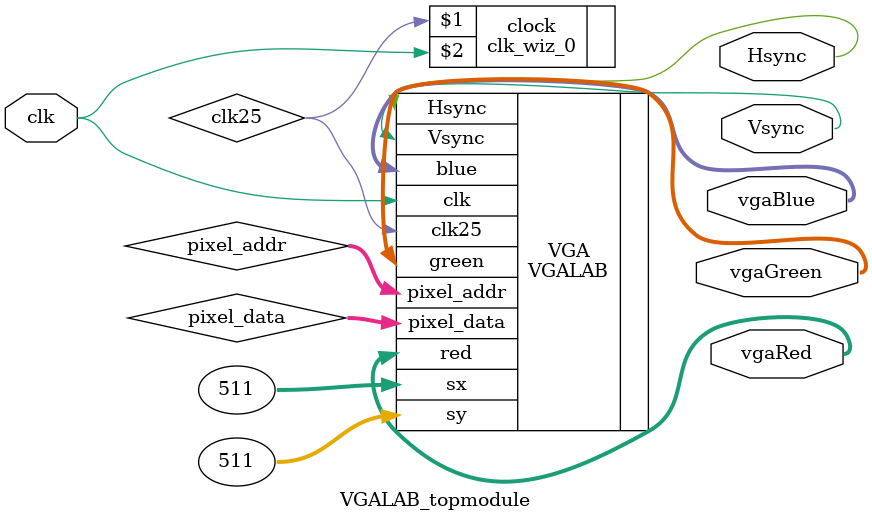
<source format=v>
`timescale 1ns / 1ps
module VGALAB_topmodule(clk,vgaRed, vgaGreen,vgaBlue,Hsync,Vsync);
input clk;
output [3:0] vgaRed;
output [3:0] vgaGreen;
output [3:0] vgaBlue;
output Hsync;
output Vsync;

parameter sx=511;
parameter sy=511;

wire clk25;
wire [12:0] pixel_addr;
wire [7:0] pixel_data;

clk_wiz_0 clock (clk25,clk);


VGALAB VGA(
.clk(clk),
.clk25(clk25),
.pixel_data(pixel_data),
.sx(sx),
.sy(sy),
.green(vgaGreen),
.red(vgaRed),
.blue(vgaBlue),
.Hsync(Hsync),
.Vsync(Vsync),
.pixel_addr(pixel_addr)
);

endmodule

</source>
